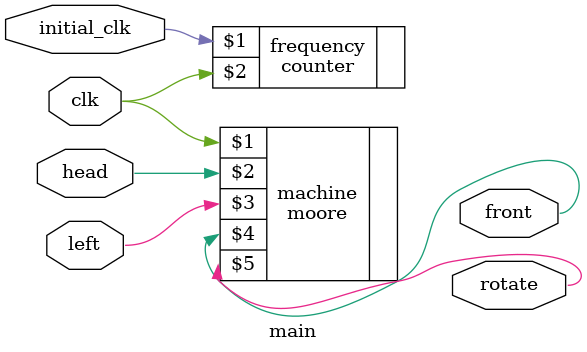
<source format=v>
`include "modules/moore.v"
`include "modules/counter.v"

module main #(parameter clk_frequency = 1) (initial_clk, clk, head, left, front, rotate);
    input initial_clk, clk, head, left;
    output front, rotate;

    counter #(clk_frequency) frequency(initial_clk, clk);
    moore machine(clk, head, left, front, rotate);
endmodule
</source>
